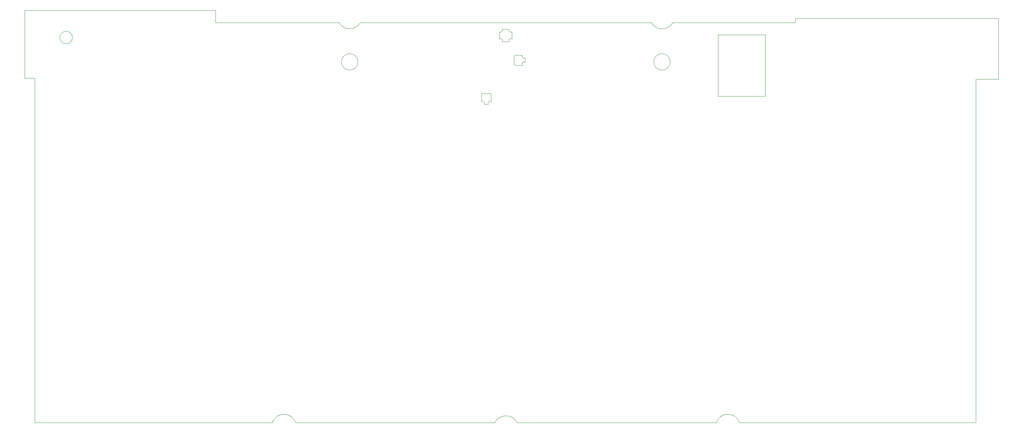
<source format=gm1>
%TF.GenerationSoftware,KiCad,Pcbnew,(7.0.0-0)*%
%TF.CreationDate,2023-03-16T02:49:19-07:00*%
%TF.ProjectId,spc_evdr,7370635f-6576-4647-922e-6b696361645f,rev?*%
%TF.SameCoordinates,Original*%
%TF.FileFunction,Profile,NP*%
%FSLAX46Y46*%
G04 Gerber Fmt 4.6, Leading zero omitted, Abs format (unit mm)*
G04 Created by KiCad (PCBNEW (7.0.0-0)) date 2023-03-16 02:49:19*
%MOMM*%
%LPD*%
G01*
G04 APERTURE LIST*
%TA.AperFunction,Profile*%
%ADD10C,0.100000*%
%TD*%
%TA.AperFunction,Profile*%
%ADD11C,0.120000*%
%TD*%
G04 APERTURE END LIST*
D10*
X39500069Y-46702707D02*
G75*
G03*
X39500069Y-46702707I-1529028J0D01*
G01*
X197000000Y-61000000D02*
X197000000Y-46000000D01*
X208500000Y-61000000D02*
X197000000Y-61000000D01*
X208500000Y-46000000D02*
X208500000Y-61000000D01*
X197000000Y-46000000D02*
X208500000Y-46000000D01*
X147967689Y-140557190D02*
X196567689Y-140557190D01*
X27817689Y-56557190D02*
X27817689Y-40057190D01*
X74367689Y-43057190D02*
X104542689Y-43057190D01*
X215867689Y-42057190D02*
X215867689Y-43057190D01*
X30317689Y-56557190D02*
X27817689Y-56557190D01*
X202267688Y-140557190D02*
G75*
G03*
X196567690Y-140557190I-2849999J-1008252D01*
G01*
X93967689Y-140557190D02*
X142567689Y-140557190D01*
X265417689Y-56807190D02*
X265417689Y-42057190D01*
X259917689Y-56807190D02*
X259917689Y-140557190D01*
X74367689Y-43057190D02*
X74367689Y-40057190D01*
X109142689Y-52632190D02*
G75*
G03*
X109142689Y-52632190I-2000000J0D01*
G01*
X185967689Y-43057190D02*
X215867689Y-43057190D01*
X93967688Y-140557190D02*
G75*
G03*
X88267690Y-140557190I-2849999J-1008252D01*
G01*
X104542689Y-43057190D02*
G75*
G03*
X109742689Y-43057190I2600000J1465025D01*
G01*
X202267689Y-140557190D02*
X259917689Y-140557190D01*
X185342689Y-52632190D02*
G75*
G03*
X185342689Y-52632190I-2000000J0D01*
G01*
X109742689Y-43057190D02*
X180767689Y-43057190D01*
X147967689Y-140557190D02*
G75*
G03*
X142567689Y-140557190I-2700000J-1418474D01*
G01*
X180767689Y-43057190D02*
G75*
G03*
X185967689Y-43057190I2600000J1463641D01*
G01*
X88267689Y-140557190D02*
X30317689Y-140557190D01*
X30317689Y-140557190D02*
X30317689Y-56557190D01*
X259917689Y-56807190D02*
X265417689Y-56807190D01*
X265417689Y-42057190D02*
X215867689Y-42057190D01*
X27817689Y-40057190D02*
X74367689Y-40057190D01*
D11*
X149916689Y-52733390D02*
X149916689Y-51691990D01*
X149230889Y-51006190D02*
X147630689Y-51006190D01*
X147630689Y-53419190D02*
X149230889Y-53419190D01*
X147249689Y-51387190D02*
X147249689Y-53038190D01*
X146741689Y-47018390D02*
X146741689Y-45341990D01*
X146055889Y-47704190D02*
X144379489Y-47704190D01*
X146055889Y-44656190D02*
X144379489Y-44656190D01*
X143693689Y-47018390D02*
X143693689Y-45341990D01*
X141661689Y-62258390D02*
X141661189Y-60658190D01*
X141280189Y-60277190D02*
X139629189Y-60277190D01*
X139934489Y-62944190D02*
X140975889Y-62944190D01*
X139248189Y-60658190D02*
X139248689Y-62258390D01*
X149230889Y-51006190D02*
G75*
G03*
X149916689Y-51691990I438047J-247753D01*
G01*
X149916689Y-52733390D02*
G75*
G03*
X149230889Y-53419190I-247753J-438047D01*
G01*
X147249689Y-53038190D02*
G75*
G03*
X147630689Y-53419190I380999J-1D01*
G01*
X147630689Y-51006190D02*
G75*
G03*
X147249689Y-51387190I-1J-380999D01*
G01*
X146055889Y-44656190D02*
G75*
G03*
X146741689Y-45341990I438047J-247753D01*
G01*
X146741689Y-47018390D02*
G75*
G03*
X146055889Y-47704190I-247753J-438047D01*
G01*
X143693689Y-45341990D02*
G75*
G03*
X144379489Y-44656190I247750J438050D01*
G01*
X144379489Y-47704190D02*
G75*
G03*
X143693689Y-47018390I-438050J247750D01*
G01*
X141661189Y-60658190D02*
G75*
G03*
X141280189Y-60277190I-381000J0D01*
G01*
X141661689Y-62258390D02*
G75*
G03*
X140975889Y-62944190I-247750J-438050D01*
G01*
X139934489Y-62944190D02*
G75*
G03*
X139248689Y-62258390I-438000J247800D01*
G01*
X139629189Y-60277190D02*
G75*
G03*
X139248189Y-60658190I0J-381000D01*
G01*
M02*

</source>
